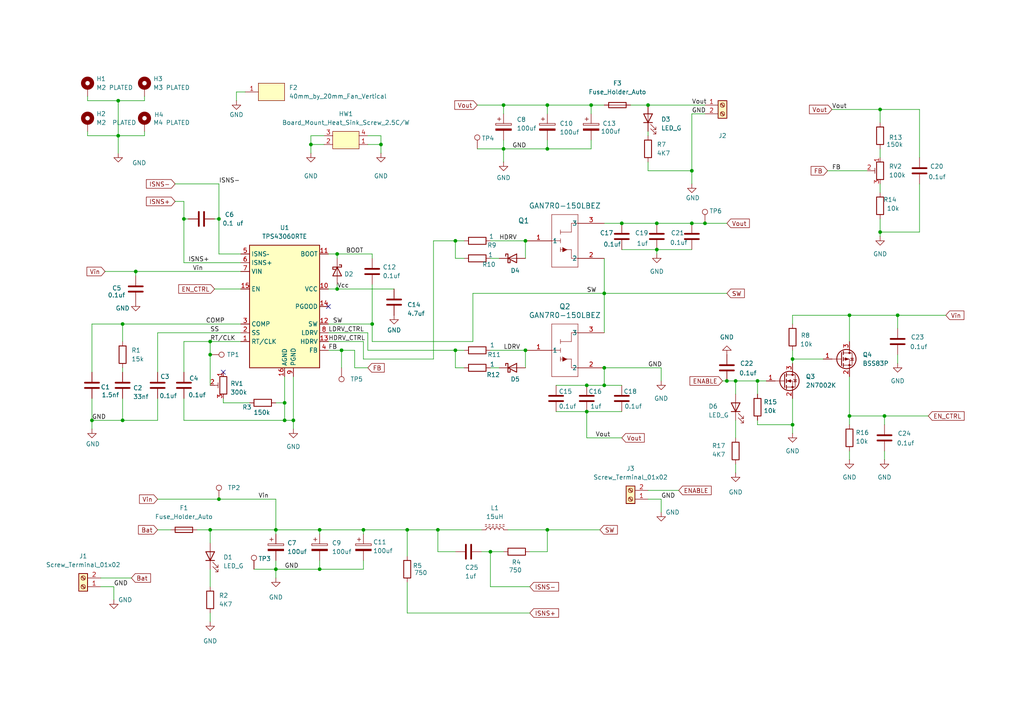
<source format=kicad_sch>
(kicad_sch (version 20231120) (generator "eeschema") (generator_version "8.0")
  (paper "A4")
  (lib_symbols
    (symbol "Connector:Screw_Terminal_01x02" (pin_names (offset 1.016) hide)
      (property "Reference" "J" (at 0 2.54 0))
      (property "Value" "Screw_Terminal_01x02" (at 0 -5.08 0))
      (symbol "Screw_Terminal_01x02_1_1"
        (pin passive line (at -5.08 0 0) (length 3.81) (name "Pin_1") (number "1"))
        (pin passive line (at -5.08 -2.54 0) (length 3.81) (name "Pin_2") (number "2"))
      )
    )
    (symbol "Connector:TestPoint" (pin_numbers hide) (pin_names (offset 0.762) hide)
      (property "Reference" "TP" (at 0 6.858 0))
      (property "Value" "TestPoint" (at 0 5.08 0))
      (symbol "TestPoint_1_1"
        (pin passive line (at 0 0 90) (length 2.54) (name "1") (number "1"))
      )
    )
    (symbol "Converter_DCDC:TPS43060RTE"
      (property "Reference" "U" (at -8.89 19.05 0))
      (property "Value" "TPS43060RTE" (at 6.35 19.05 0))
      (symbol "TPS43060RTE_1_1"
        (pin passive line (at -12.7 -10.16 0) (length 2.54) (name "RT/CLK") (number "1"))
        (pin power_out line (at 12.7 5.08 180) (length 2.54) (name "VCC") (number "10"))
        (pin input line (at 12.7 15.24 180) (length 2.54) (name "BOOT") (number "11"))
        (pin input line (at 12.7 -5.08 180) (length 2.54) (name "SW") (number "12"))
        (pin input line (at 12.7 -10.16 180) (length 2.54) (name "HDRV") (number "13"))
        (pin open_collector line (at 12.7 0 180) (length 2.54) (name "PGOOD") (number "14"))
        (pin passive line (at -12.7 5.08 0) (length 2.54) (name "EN") (number "15"))
        (pin power_in line (at 0 -20.32 90) (length 2.54) (name "AGND") (number "16"))
        (pin passive line (at 0 -20.32 90) (length 2.54) hide (name "AGND") (number "17"))
        (pin passive line (at -12.7 -7.62 0) (length 2.54) (name "SS") (number "2"))
        (pin passive line (at -12.7 -5.08 0) (length 2.54) (name "COMP") (number "3"))
        (pin input line (at 12.7 -12.7 180) (length 2.54) (name "FB") (number "4"))
        (pin input line (at -12.7 15.24 0) (length 2.54) (name "ISNS–") (number "5"))
        (pin input line (at -12.7 12.7 0) (length 2.54) (name "ISNS+") (number "6"))
        (pin power_in line (at -12.7 10.16 0) (length 2.54) (name "VIN") (number "7"))
        (pin output line (at 12.7 -7.62 180) (length 2.54) (name "LDRV") (number "8"))
        (pin power_in line (at 2.54 -20.32 90) (length 2.54) (name "PGND") (number "9"))
      )
    )
    (symbol "Device:C" (pin_numbers hide) (pin_names (offset 0.254))
      (property "Reference" "C" (at 0.635 2.54 0))
      (property "Value" "C" (at 0.635 -2.54 0))
      (symbol "C_1_1"
        (pin passive line (at 0 3.81 270) (length 2.794) (name "~") (number "1"))
        (pin passive line (at 0 -3.81 90) (length 2.794) (name "~") (number "2"))
      )
    )
    (symbol "Device:C_Polarized" (pin_numbers hide) (pin_names (offset 0.254))
      (property "Reference" "C" (at 0.635 2.54 0))
      (property "Value" "C_Polarized" (at 0.635 -2.54 0))
      (symbol "C_Polarized_1_1"
        (pin passive line (at 0 3.81 270) (length 2.794) (name "~") (number "1"))
        (pin passive line (at 0 -3.81 90) (length 2.794) (name "~") (number "2"))
      )
    )
    (symbol "Device:D_Schottky" (pin_numbers hide) (pin_names (offset 1.016) hide)
      (property "Reference" "D" (at 0 2.54 0))
      (property "Value" "D_Schottky" (at 0 -2.54 0))
      (symbol "D_Schottky_1_1"
        (pin passive line (at -3.81 0 0) (length 2.54) (name "K") (number "1"))
        (pin passive line (at 3.81 0 180) (length 2.54) (name "A") (number "2"))
      )
    )
    (symbol "Device:L_Ferrite" (pin_numbers hide) (pin_names (offset 1.016) hide)
      (property "Reference" "L" (at -1.27 0 90))
      (property "Value" "L_Ferrite" (at 2.794 0 90))
      (symbol "L_Ferrite_1_1"
        (pin passive line (at 0 3.81 270) (length 1.27) (name "1") (number "1"))
        (pin passive line (at 0 -3.81 90) (length 1.27) (name "2") (number "2"))
      )
    )
    (symbol "Device:R" (pin_numbers hide) (pin_names (offset 0))
      (property "Reference" "R" (at 2.032 0 90))
      (property "Value" "R" (at 0 0 90))
      (symbol "R_1_1"
        (pin passive line (at 0 3.81 270) (length 1.27) (name "~") (number "1"))
        (pin passive line (at 0 -3.81 90) (length 1.27) (name "~") (number "2"))
      )
    )
    (symbol "Device:R_Potentiometer_Trim" (pin_names (offset 1.016) hide)
      (property "Reference" "RV" (at -4.445 0 90))
      (property "Value" "R_Potentiometer_Trim" (at -2.54 0 90))
      (symbol "R_Potentiometer_Trim_1_1"
        (pin passive line (at 0 3.81 270) (length 1.27) (name "1") (number "1"))
        (pin passive line (at 3.81 0 180) (length 1.27) (name "2") (number "2"))
        (pin passive line (at 0 -3.81 90) (length 1.27) (name "3") (number "3"))
      )
    )
    (symbol "GAN_FET:GAN7R0-150LBEZ" (pin_names (offset 0.254))
      (property "Reference" "Q" (at 10.16 12.7 0))
      (property "Value" "GAN7R0-150LBEZ" (at 10.16 10.16 0))
      (symbol "GAN7R0-150LBEZ_1_1"
        (pin unspecified line (at 0 0 0) (length 7.62) (name "1") (number "1"))
        (pin unspecified line (at 22.86 -5.08 180) (length 7.62) (name "2") (number "2"))
        (pin unspecified line (at 22.86 5.08 180) (length 7.62) (name "3") (number "3"))
      )
    )
    (symbol "Transistor_FET:2N7002K" (pin_names hide)
      (property "Reference" "Q" (at 5.08 1.905 0))
      (property "Value" "2N7002K" (at 5.08 0 0))
      (symbol "2N7002K_1_1"
        (pin input line (at -5.08 0 0) (length 2.54) (name "G") (number "1"))
        (pin passive line (at 2.54 -5.08 90) (length 2.54) (name "S") (number "2"))
        (pin passive line (at 2.54 5.08 270) (length 2.54) (name "D") (number "3"))
      )
    )
    (symbol "Transistor_FET:BSS83P" (pin_names hide)
      (property "Reference" "Q" (at 5.08 1.905 0))
      (property "Value" "BSS83P" (at 5.08 0 0))
      (symbol "BSS83P_1_1"
        (pin input line (at -5.08 0 0) (length 2.54) (name "G") (number "1"))
        (pin passive line (at 2.54 -5.08 90) (length 2.54) (name "S") (number "2"))
        (pin passive line (at 2.54 5.08 270) (length 2.54) (name "D") (number "3"))
      )
    )
    (symbol "e-Zinc_LEDs:LED_G" (pin_numbers hide) (pin_names (offset 1.016) hide)
      (property "Reference" "D" (at 0 2.54 0))
      (property "Value" "LED_G" (at 0 -2.54 0))
      (symbol "LED_G_1_1"
        (pin passive line (at -3.81 0 0) (length 2.54) (name "K") (number "1"))
        (pin passive line (at 3.81 0 180) (length 2.54) (name "A") (number "2"))
      )
    )
    (symbol "e-Zinc_Resistors:4K7" (pin_numbers hide) (pin_names (offset 0))
      (property "Reference" "R" (at 2.032 0 90))
      (property "Value" "4K7" (at 0 0 90))
      (symbol "4K7_1_1"
        (pin passive line (at 0 3.81 270) (length 1.27) (name "~") (number "1"))
        (pin passive line (at 0 -3.81 90) (length 1.27) (name "~") (number "2"))
      )
    )
    (symbol "e-Zinc_fuses:Fuse_Holder_Auto" (pin_numbers hide) (pin_names (offset 0))
      (property "Reference" "F" (at 2.032 0 90))
      (property "Value" "Fuse_Holder_Auto" (at -1.905 0 90))
      (symbol "Fuse_Holder_Auto_1_1"
        (pin passive line (at 0 3.81 270) (length 1.27) (name "~") (number "1"))
        (pin passive line (at 0 -3.81 90) (length 1.27) (name "~") (number "2"))
      )
    )
    (symbol "e-zinc_misc:40mm_by_40mm_Fan_Mount_Vertical" (pin_names (offset 1.016))
      (property "Reference" "F" (at 0 3.81 0))
      (property "Value" "40mm_by_20mm_Fan_Vertical" (at 0 -3.81 0))
      (symbol "40mm_by_40mm_Fan_Mount_Vertical_1_1"
        (pin passive line (at -7.62 0 0) (length 3.81) (name "") (number "1"))
      )
    )
    (symbol "e-zinc_misc:Board_Mount_Heat_Sink_Screw_2.5C/W" (pin_names (offset 1.016)) (on_board no)
      (property "Reference" "HW" (at 0 3.81 0))
      (property "Value" "Board_Mount_Heat_Sink_Screw_2.5C/W" (at 0 -3.556 0))
      (symbol "Board_Mount_Heat_Sink_Screw_2.5C/W_1_1"
        (pin passive line (at 6.35 -1.27 180) (length 2.54) (name "") (number "1"))
        (pin passive line (at -6.35 -1.27 0) (length 2.54) (name "") (number "2"))
        (pin passive line (at -6.35 1.27 0) (length 2.54) (name "") (number "3"))
        (pin passive line (at 6.35 1.27 180) (length 2.54) (name "") (number "4"))
      )
    )
    (symbol "e-zinc_misc:M4 PLATED" (pin_numbers hide) (pin_names (offset 1.016) hide) (in_bom no)
      (property "Reference" "H" (at 0 6.35 0))
      (property "Value" "M4 PLATED" (at 0 4.445 0))
      (symbol "M4 PLATED_1_1"
        (pin input line (at 0 -2.54 90) (length 2.54) (name "1") (number "1"))
      )
    )
    (symbol "power:GND" (power) (pin_numbers hide) (pin_names (offset 0) hide)
      (property "Value" "GND" (at 0 -3.81 0))
      (symbol "GND_1_1"
        (pin power_in line (at 0 0 270) (length 0) (name "~") (number "1"))
      )
    )
  )
  (junction (at 152.4 101.6))
  (junction (at 92.71 165.1))
  (junction (at 92.71 153.67))
  (junction (at 256.54 120.65))
  (junction (at 190.5 72.39))
  (junction (at 255.27 67.31))
  (junction (at 60.96 102.87))
  (junction (at 35.56 93.98))
  (junction (at 146.05 43.18))
  (junction (at 146.05 30.48))
  (junction (at 35.56 121.92))
  (junction (at 132.08 101.6))
  (junction (at 170.18 119.38))
  (junction (at 213.36 110.49))
  (junction (at 210.82 110.49))
  (junction (at 99.06 101.6))
  (junction (at 175.26 111.76))
  (junction (at 142.24 160.02))
  (junction (at 170.18 111.76))
  (junction (at 229.87 123.19))
  (junction (at 97.79 83.82))
  (junction (at 107.95 93.98))
  (junction (at 187.96 30.48))
  (junction (at 63.5 63.5))
  (junction (at 190.5 64.77))
  (junction (at 158.75 43.18))
  (junction (at 219.71 110.49))
  (junction (at 175.26 85.09))
  (junction (at 82.55 116.84))
  (junction (at 171.45 30.48))
  (junction (at 39.37 78.74))
  (junction (at 127 153.67))
  (junction (at 34.29 29.21))
  (junction (at 200.66 64.77))
  (junction (at 175.26 106.68))
  (junction (at 200.66 49.53))
  (junction (at 255.27 31.75))
  (junction (at 85.09 121.92))
  (junction (at 53.34 63.5))
  (junction (at 110.49 41.91))
  (junction (at 158.75 153.67))
  (junction (at 90.17 41.91))
  (junction (at 80.01 153.67))
  (junction (at 118.11 153.67))
  (junction (at 60.96 153.67))
  (junction (at 105.41 153.67))
  (junction (at 82.55 121.92))
  (junction (at 152.4 69.85))
  (junction (at 246.38 120.65))
  (junction (at 180.34 64.77))
  (junction (at 158.75 30.48))
  (junction (at 246.38 91.44))
  (junction (at 229.87 104.14))
  (junction (at 80.01 165.1))
  (junction (at 63.5 144.78))
  (junction (at 97.79 73.66))
  (junction (at 260.35 91.44))
  (junction (at 34.29 39.37))
  (junction (at 204.47 64.77))
  (junction (at 132.08 69.85))
  (junction (at 26.67 121.92))
  (junction (at 60.96 99.06))
  (no_connect (at 64.77 107.95))
  (no_connect (at 95.25 88.9))
  (wire (pts (xy 266.7 67.31) (xy 266.7 53.34)))
  (wire (pts (xy 102.87 106.68) (xy 102.87 101.6)))
  (wire (pts (xy 110.49 39.37) (xy 110.49 41.91)))
  (wire (pts (xy 95.25 99.06) (xy 105.41 99.06)))
  (wire (pts (xy 134.62 74.93) (xy 132.08 74.93)))
  (wire (pts (xy 153.67 170.18) (xy 142.24 170.18)))
  (wire (pts (xy 134.62 106.68) (xy 132.08 106.68)))
  (wire (pts (xy 146.05 30.48) (xy 158.75 30.48)))
  (wire (pts (xy 187.96 38.1) (xy 187.96 39.37)))
  (wire (pts (xy 241.3 31.75) (xy 255.27 31.75)))
  (wire (pts (xy 95.25 96.52) (xy 106.68 96.52)))
  (wire (pts (xy 118.11 168.91) (xy 118.11 177.8)))
  (wire (pts (xy 246.38 120.65) (xy 256.54 120.65)))
  (wire (pts (xy 41.91 27.94) (xy 41.91 29.21)))
  (wire (pts (xy 97.79 82.55) (xy 97.79 83.82)))
  (wire (pts (xy 229.87 104.14) (xy 238.76 104.14)))
  (wire (pts (xy 152.4 69.85) (xy 152.4 74.93)))
  (wire (pts (xy 107.95 82.55) (xy 107.95 93.98)))
  (wire (pts (xy 105.41 153.67) (xy 105.41 154.94)))
  (wire (pts (xy 29.21 170.18) (xy 33.02 170.18)))
  (wire (pts (xy 255.27 35.56) (xy 255.27 31.75)))
  (wire (pts (xy 53.34 99.06) (xy 53.34 107.95)))
  (wire (pts (xy 146.05 40.64) (xy 146.05 43.18)))
  (wire (pts (xy 255.27 67.31) (xy 266.7 67.31)))
  (wire (pts (xy 152.4 101.6) (xy 152.4 106.68)))
  (wire (pts (xy 171.45 30.48) (xy 171.45 33.02)))
  (wire (pts (xy 256.54 120.65) (xy 269.24 120.65)))
  (wire (pts (xy 35.56 121.92) (xy 45.72 121.92)))
  (wire (pts (xy 35.56 93.98) (xy 69.85 93.98)))
  (wire (pts (xy 256.54 120.65) (xy 256.54 123.19)))
  (wire (pts (xy 25.4 39.37) (xy 25.4 38.1)))
  (wire (pts (xy 85.09 109.22) (xy 85.09 121.92)))
  (wire (pts (xy 64.77 115.57) (xy 64.77 116.84)))
  (wire (pts (xy 260.35 91.44) (xy 274.32 91.44)))
  (wire (pts (xy 246.38 130.81) (xy 246.38 133.35)))
  (wire (pts (xy 213.36 134.62) (xy 213.36 137.16)))
  (wire (pts (xy 85.09 124.46) (xy 85.09 121.92)))
  (wire (pts (xy 125.73 104.14) (xy 125.73 69.85)))
  (wire (pts (xy 35.56 115.57) (xy 35.56 121.92)))
  (wire (pts (xy 97.79 83.82) (xy 95.25 83.82)))
  (wire (pts (xy 153.67 160.02) (xy 158.75 160.02)))
  (wire (pts (xy 142.24 69.85) (xy 152.4 69.85)))
  (wire (pts (xy 132.08 69.85) (xy 132.08 74.93)))
  (wire (pts (xy 229.87 101.6) (xy 229.87 104.14)))
  (wire (pts (xy 137.16 99.06) (xy 137.16 85.09)))
  (wire (pts (xy 53.34 115.57) (xy 53.34 121.92)))
  (wire (pts (xy 97.79 73.66) (xy 107.95 73.66)))
  (wire (pts (xy 260.35 105.41) (xy 260.35 102.87)))
  (wire (pts (xy 171.45 40.64) (xy 171.45 43.18)))
  (wire (pts (xy 191.77 106.68) (xy 191.77 110.49)))
  (wire (pts (xy 182.88 30.48) (xy 187.96 30.48)))
  (wire (pts (xy 63.5 53.34) (xy 63.5 63.5)))
  (wire (pts (xy 63.5 63.5) (xy 63.5 73.66)))
  (wire (pts (xy 175.26 74.93) (xy 175.26 85.09)))
  (wire (pts (xy 229.87 91.44) (xy 246.38 91.44)))
  (wire (pts (xy 142.24 170.18) (xy 142.24 160.02)))
  (wire (pts (xy 175.26 85.09) (xy 210.82 85.09)))
  (wire (pts (xy 80.01 144.78) (xy 80.01 153.67)))
  (wire (pts (xy 180.34 64.77) (xy 190.5 64.77)))
  (wire (pts (xy 190.5 72.39) (xy 190.5 73.66)))
  (wire (pts (xy 138.43 30.48) (xy 146.05 30.48)))
  (wire (pts (xy 146.05 43.18) (xy 146.05 46.99)))
  (wire (pts (xy 63.5 144.78) (xy 80.01 144.78)))
  (wire (pts (xy 106.68 41.91) (xy 110.49 41.91)))
  (wire (pts (xy 105.41 153.67) (xy 118.11 153.67)))
  (wire (pts (xy 97.79 83.82) (xy 114.3 83.82)))
  (wire (pts (xy 146.05 30.48) (xy 146.05 33.02)))
  (wire (pts (xy 99.06 106.68) (xy 99.06 101.6)))
  (wire (pts (xy 41.91 39.37) (xy 34.29 39.37)))
  (wire (pts (xy 93.98 39.37) (xy 90.17 39.37)))
  (wire (pts (xy 39.37 78.74) (xy 69.85 78.74)))
  (wire (pts (xy 229.87 123.19) (xy 219.71 123.19)))
  (wire (pts (xy 95.25 93.98) (xy 107.95 93.98)))
  (wire (pts (xy 134.62 69.85) (xy 132.08 69.85)))
  (wire (pts (xy 219.71 110.49) (xy 222.25 110.49)))
  (wire (pts (xy 50.8 53.34) (xy 63.5 53.34)))
  (wire (pts (xy 209.55 110.49) (xy 210.82 110.49)))
  (wire (pts (xy 175.26 106.68) (xy 191.77 106.68)))
  (wire (pts (xy 158.75 40.64) (xy 158.75 43.18)))
  (wire (pts (xy 106.68 96.52) (xy 106.68 101.6)))
  (wire (pts (xy 35.56 106.68) (xy 35.56 107.95)))
  (wire (pts (xy 92.71 165.1) (xy 105.41 165.1)))
  (wire (pts (xy 180.34 72.39) (xy 190.5 72.39)))
  (wire (pts (xy 170.18 127) (xy 180.34 127)))
  (wire (pts (xy 170.18 111.76) (xy 175.26 111.76)))
  (wire (pts (xy 175.26 111.76) (xy 180.34 111.76)))
  (wire (pts (xy 219.71 123.19) (xy 219.71 121.92)))
  (wire (pts (xy 107.95 93.98) (xy 107.95 99.06)))
  (wire (pts (xy 191.77 144.78) (xy 191.77 148.59)))
  (wire (pts (xy 93.98 41.91) (xy 90.17 41.91)))
  (wire (pts (xy 219.71 110.49) (xy 219.71 114.3)))
  (wire (pts (xy 64.77 116.84) (xy 72.39 116.84)))
  (wire (pts (xy 161.29 119.38) (xy 170.18 119.38)))
  (wire (pts (xy 142.24 160.02) (xy 146.05 160.02)))
  (wire (pts (xy 187.96 46.99) (xy 187.96 49.53)))
  (wire (pts (xy 73.66 165.1) (xy 80.01 165.1)))
  (wire (pts (xy 82.55 121.92) (xy 85.09 121.92)))
  (wire (pts (xy 110.49 41.91) (xy 110.49 44.45)))
  (wire (pts (xy 142.24 101.6) (xy 152.4 101.6)))
  (wire (pts (xy 107.95 99.06) (xy 137.16 99.06)))
  (wire (pts (xy 26.67 124.46) (xy 26.67 121.92)))
  (wire (pts (xy 106.68 39.37) (xy 110.49 39.37)))
  (wire (pts (xy 127 160.02) (xy 132.08 160.02)))
  (wire (pts (xy 187.96 142.24) (xy 196.85 142.24)))
  (wire (pts (xy 53.34 99.06) (xy 60.96 99.06)))
  (wire (pts (xy 246.38 91.44) (xy 246.38 99.06)))
  (wire (pts (xy 92.71 165.1) (xy 92.71 162.56)))
  (wire (pts (xy 69.85 73.66) (xy 63.5 73.66)))
  (wire (pts (xy 246.38 120.65) (xy 246.38 123.19)))
  (wire (pts (xy 127 153.67) (xy 139.7 153.67)))
  (wire (pts (xy 99.06 101.6) (xy 102.87 101.6)))
  (wire (pts (xy 142.24 74.93) (xy 144.78 74.93)))
  (wire (pts (xy 118.11 153.67) (xy 118.11 161.29)))
  (wire (pts (xy 33.02 170.18) (xy 33.02 173.99)))
  (wire (pts (xy 204.47 64.77) (xy 210.82 64.77)))
  (wire (pts (xy 171.45 30.48) (xy 175.26 30.48)))
  (wire (pts (xy 125.73 69.85) (xy 132.08 69.85)))
  (wire (pts (xy 210.82 110.49) (xy 213.36 110.49)))
  (wire (pts (xy 105.41 99.06) (xy 105.41 104.14)))
  (wire (pts (xy 53.34 63.5) (xy 53.34 76.2)))
  (wire (pts (xy 229.87 91.44) (xy 229.87 93.98)))
  (wire (pts (xy 187.96 30.48) (xy 204.47 30.48)))
  (wire (pts (xy 200.66 64.77) (xy 204.47 64.77)))
  (wire (pts (xy 187.96 49.53) (xy 200.66 49.53)))
  (wire (pts (xy 105.41 162.56) (xy 105.41 165.1)))
  (wire (pts (xy 175.26 64.77) (xy 180.34 64.77)))
  (wire (pts (xy 90.17 39.37) (xy 90.17 41.91)))
  (wire (pts (xy 80.01 167.64) (xy 80.01 165.1)))
  (wire (pts (xy 45.72 153.67) (xy 49.53 153.67)))
  (wire (pts (xy 45.72 96.52) (xy 69.85 96.52)))
  (wire (pts (xy 260.35 91.44) (xy 260.35 95.25)))
  (wire (pts (xy 158.75 30.48) (xy 158.75 33.02)))
  (wire (pts (xy 57.15 153.67) (xy 60.96 153.67)))
  (wire (pts (xy 80.01 165.1) (xy 92.71 165.1)))
  (wire (pts (xy 229.87 125.73) (xy 229.87 123.19)))
  (wire (pts (xy 80.01 154.94) (xy 80.01 153.67)))
  (wire (pts (xy 34.29 29.21) (xy 25.4 29.21)))
  (wire (pts (xy 105.41 153.67) (xy 92.71 153.67)))
  (wire (pts (xy 146.05 43.18) (xy 158.75 43.18)))
  (wire (pts (xy 45.72 115.57) (xy 45.72 121.92)))
  (wire (pts (xy 255.27 31.75) (xy 266.7 31.75)))
  (wire (pts (xy 80.01 153.67) (xy 92.71 153.67)))
  (wire (pts (xy 53.34 58.42) (xy 53.34 63.5)))
  (wire (pts (xy 60.96 99.06) (xy 60.96 102.87)))
  (wire (pts (xy 35.56 93.98) (xy 35.56 99.06)))
  (wire (pts (xy 213.36 110.49) (xy 219.71 110.49)))
  (wire (pts (xy 60.96 157.48) (xy 60.96 153.67)))
  (wire (pts (xy 118.11 153.67) (xy 127 153.67)))
  (wire (pts (xy 190.5 64.77) (xy 200.66 64.77)))
  (wire (pts (xy 45.72 96.52) (xy 45.72 107.95)))
  (wire (pts (xy 102.87 106.68) (xy 106.68 106.68)))
  (wire (pts (xy 240.03 49.53) (xy 251.46 49.53)))
  (wire (pts (xy 132.08 101.6) (xy 132.08 106.68)))
  (wire (pts (xy 139.7 160.02) (xy 142.24 160.02)))
  (wire (pts (xy 158.75 30.48) (xy 171.45 30.48)))
  (wire (pts (xy 68.58 26.67) (xy 68.58 29.21)))
  (wire (pts (xy 246.38 109.22) (xy 246.38 120.65)))
  (wire (pts (xy 26.67 121.92) (xy 35.56 121.92)))
  (wire (pts (xy 190.5 72.39) (xy 200.66 72.39)))
  (wire (pts (xy 134.62 101.6) (xy 132.08 101.6)))
  (wire (pts (xy 255.27 53.34) (xy 255.27 55.88)))
  (wire (pts (xy 158.75 43.18) (xy 171.45 43.18)))
  (wire (pts (xy 127 160.02) (xy 127 153.67)))
  (wire (pts (xy 142.24 106.68) (xy 144.78 106.68)))
  (wire (pts (xy 213.36 121.92) (xy 213.36 127)))
  (wire (pts (xy 50.8 58.42) (xy 53.34 58.42)))
  (wire (pts (xy 60.96 102.87) (xy 60.96 111.76)))
  (wire (pts (xy 35.56 93.98) (xy 26.67 93.98)))
  (wire (pts (xy 137.16 85.09) (xy 175.26 85.09)))
  (wire (pts (xy 25.4 39.37) (xy 34.29 39.37)))
  (wire (pts (xy 41.91 38.1) (xy 41.91 39.37)))
  (wire (pts (xy 170.18 119.38) (xy 170.18 127)))
  (wire (pts (xy 147.32 153.67) (xy 158.75 153.67)))
  (wire (pts (xy 266.7 31.75) (xy 266.7 45.72)))
  (wire (pts (xy 200.66 33.02) (xy 204.47 33.02)))
  (wire (pts (xy 200.66 49.53) (xy 200.66 53.34)))
  (wire (pts (xy 90.17 41.91) (xy 90.17 44.45)))
  (wire (pts (xy 26.67 93.98) (xy 26.67 107.95)))
  (wire (pts (xy 41.91 29.21) (xy 34.29 29.21)))
  (wire (pts (xy 53.34 63.5) (xy 54.61 63.5)))
  (wire (pts (xy 200.66 33.02) (xy 200.66 49.53)))
  (wire (pts (xy 92.71 153.67) (xy 92.71 154.94)))
  (wire (pts (xy 105.41 104.14) (xy 125.73 104.14)))
  (wire (pts (xy 175.26 85.09) (xy 175.26 96.52)))
  (wire (pts (xy 158.75 153.67) (xy 173.99 153.67)))
  (wire (pts (xy 39.37 80.01) (xy 39.37 78.74)))
  (wire (pts (xy 97.79 73.66) (xy 97.79 74.93)))
  (wire (pts (xy 229.87 104.14) (xy 229.87 105.41)))
  (wire (pts (xy 80.01 116.84) (xy 82.55 116.84)))
  (wire (pts (xy 53.34 121.92) (xy 82.55 121.92)))
  (wire (pts (xy 25.4 29.21) (xy 25.4 27.94)))
  (wire (pts (xy 60.96 153.67) (xy 80.01 153.67)))
  (wire (pts (xy 62.23 63.5) (xy 63.5 63.5)))
  (wire (pts (xy 118.11 177.8) (xy 153.67 177.8)))
  (wire (pts (xy 68.58 26.67) (xy 71.12 26.67)))
  (wire (pts (xy 246.38 91.44) (xy 260.35 91.44)))
  (wire (pts (xy 106.68 101.6) (xy 132.08 101.6)))
  (wire (pts (xy 82.55 109.22) (xy 82.55 116.84)))
  (wire (pts (xy 138.43 43.18) (xy 146.05 43.18)))
  (wire (pts (xy 255.27 63.5) (xy 255.27 67.31)))
  (wire (pts (xy 34.29 29.21) (xy 34.29 39.37)))
  (wire (pts (xy 158.75 160.02) (xy 158.75 153.67)))
  (wire (pts (xy 170.18 119.38) (xy 180.34 119.38)))
  (wire (pts (xy 80.01 162.56) (xy 80.01 165.1)))
  (wire (pts (xy 34.29 39.37) (xy 34.29 44.45)))
  (wire (pts (xy 229.87 115.57) (xy 229.87 123.19)))
  (wire (pts (xy 26.67 115.57) (xy 26.67 121.92)))
  (wire (pts (xy 213.36 114.3) (xy 213.36 110.49)))
  (wire (pts (xy 255.27 67.31) (xy 255.27 68.58)))
  (wire (pts (xy 95.25 101.6) (xy 99.06 101.6)))
  (wire (pts (xy 62.23 83.82) (xy 69.85 83.82)))
  (wire (pts (xy 45.72 144.78) (xy 63.5 144.78)))
  (wire (pts (xy 60.96 165.1) (xy 60.96 170.18)))
  (wire (pts (xy 256.54 130.81) (xy 256.54 133.35)))
  (wire (pts (xy 95.25 73.66) (xy 97.79 73.66)))
  (wire (pts (xy 82.55 116.84) (xy 82.55 121.92)))
  (wire (pts (xy 107.95 73.66) (xy 107.95 74.93)))
  (wire (pts (xy 161.29 111.76) (xy 170.18 111.76)))
  (wire (pts (xy 29.21 167.64) (xy 38.1 167.64)))
  (wire (pts (xy 53.34 76.2) (xy 69.85 76.2)))
  (wire (pts (xy 187.96 144.78) (xy 191.77 144.78)))
  (wire (pts (xy 255.27 43.18) (xy 255.27 45.72)))
  (wire (pts (xy 175.26 106.68) (xy 175.26 111.76)))
  (wire (pts (xy 60.96 99.06) (xy 69.85 99.06)))
  (wire (pts (xy 30.48 78.74) (xy 39.37 78.74)))
  (wire (pts (xy 60.96 177.8) (xy 60.96 180.34)))
  (label "GND" (at 200.66 33.02 0))
  (label "Vout" (at 200.66 30.48 0))
  (label "RT{slash}CLK" (at 60.96 99.06 0))
  (label "Vcc" (at 97.79 83.82 0))
  (label "SW" (at 170.18 85.09 0))
  (label "SW" (at 96.52 93.98 0))
  (label "ISNS-" (at 63.5 53.34 0))
  (label "Vin" (at 55.88 78.74 0))
  (label "LDRV_CTRL" (at 95.25 96.52 0))
  (label "Vin" (at 74.93 144.78 0))
  (label "GND" (at 191.77 144.78 0))
  (label "GND" (at 82.55 165.1 0))
  (label "SS" (at 60.96 96.52 0))
  (label "GND" (at 187.96 106.68 0))
  (label "BOOT" (at 100.33 73.66 0))
  (label "HDRV_CTRL" (at 95.25 99.06 0))
  (label "GND" (at 148.59 43.18 0))
  (label "HDRV" (at 144.78 69.85 0))
  (label "ISNS+" (at 54.61 76.2 0))
  (label "Vout" (at 172.72 127 0))
  (label "LDRV" (at 146.05 101.6 0))
  (label "GND" (at 26.67 121.92 0))
  (label "COMP" (at 59.69 93.98 0))
  (label "FB" (at 241.3 49.53 0))
  (label "GND" (at 33.02 170.18 0))
  (label "FB" (at 95.25 101.6 0))
  (label "Vout" (at 241.3 31.75 0))
  (global_label "Bat" (shape input) (at 45.72 153.67 180) (property "Intersheetrefs" "${INTERSHEET_REFS}" (effects (hide yes))))
  (global_label "Vout" (shape input) (at 138.43 30.48 180) (property "Intersheetrefs" "${INTERSHEET_REFS}" (effects (hide yes))))
  (global_label "ISNS-" (shape input) (at 153.67 170.18 0) (property "Intersheetrefs" "${INTERSHEET_REFS}" (effects (hide yes))))
  (global_label "Vout" (shape input) (at 241.3 31.75 180) (property "Intersheetrefs" "${INTERSHEET_REFS}" (effects (hide yes))))
  (global_label "EN_CTRL" (shape input) (at 269.24 120.65 0) (property "Intersheetrefs" "${INTERSHEET_REFS}" (effects (hide yes))))
  (global_label "SW" (shape input) (at 173.99 153.67 0) (property "Intersheetrefs" "${INTERSHEET_REFS}" (effects (hide yes))))
  (global_label "ENABLE" (shape input) (at 196.85 142.24 0) (property "Intersheetrefs" "${INTERSHEET_REFS}" (effects (hide yes))))
  (global_label "Vout" (shape input) (at 210.82 64.77 0) (property "Intersheetrefs" "${INTERSHEET_REFS}" (effects (hide yes))))
  (global_label "Vout" (shape input) (at 180.34 127 0) (property "Intersheetrefs" "${INTERSHEET_REFS}" (effects (hide yes))))
  (global_label "ISNS+" (shape input) (at 50.8 58.42 180) (property "Intersheetrefs" "${INTERSHEET_REFS}" (effects (hide yes))))
  (global_label "EN_CTRL" (shape input) (at 62.23 83.82 180) (property "Intersheetrefs" "${INTERSHEET_REFS}" (effects (hide yes))))
  (global_label "Bat" (shape input) (at 38.1 167.64 0) (property "Intersheetrefs" "${INTERSHEET_REFS}" (effects (hide yes))))
  (global_label "Vin" (shape input) (at 274.32 91.44 0) (property "Intersheetrefs" "${INTERSHEET_REFS}" (effects (hide yes))))
  (global_label "Vin" (shape input) (at 45.72 144.78 180) (property "Intersheetrefs" "${INTERSHEET_REFS}" (effects (hide yes))))
  (global_label "SW" (shape input) (at 210.82 85.09 0) (property "Intersheetrefs" "${INTERSHEET_REFS}" (effects (hide yes))))
  (global_label "ISNS-" (shape input) (at 50.8 53.34 180) (property "Intersheetrefs" "${INTERSHEET_REFS}" (effects (hide yes))))
  (global_label "Vin" (shape input) (at 30.48 78.74 180) (property "Intersheetrefs" "${INTERSHEET_REFS}" (effects (hide yes))))
  (global_label "ENABLE" (shape input) (at 209.55 110.49 180) (property "Intersheetrefs" "${INTERSHEET_REFS}" (effects (hide yes))))
  (global_label "FB" (shape input) (at 106.68 106.68 0) (property "Intersheetrefs" "${INTERSHEET_REFS}" (effects (hide yes))))
  (global_label "FB" (shape input) (at 240.03 49.53 180) (property "Intersheetrefs" "${INTERSHEET_REFS}" (effects (hide yes))))
  (global_label "ISNS+" (shape input) (at 153.67 177.8 0) (property "Intersheetrefs" "${INTERSHEET_REFS}" (effects (hide yes))))
  (symbol (lib_id "e-zinc_misc:M4 PLATED") (at 25.4 25.4 0) (unit 1) (in_bom no)
    (property "Reference" "H1" (at 27.94 22.8599 0) (effects (justify left)))
    (property "Value" "M2 PLATED" (at 27.94 25.3999 0) (effects (justify left)))
    (property "Footprint" "rsx_misc:MountingHole_4.5mm_Pad_Via" (effects (hide yes)))
    (property "Description" "Mounting Hole with connection M4" (effects (hide yes)))
  )
  (symbol (lib_id "Device:R") (at 149.86 160.02 90) (unit 1)
    (property "Reference" "R4" (at 151.13 163.068 90) (effects (justify left)))
    (property "Value" "750" (at 151.384 165.354 90) (effects (justify left)))
    (property "Footprint" "rsx_resistors:R_0603_1608Metric" (effects (hide yes)))
    (property "Description" "Resistor" (effects (hide yes)))
  )
  (symbol (lib_id "Device:R") (at 229.87 97.79 180) (unit 1)
    (property "Reference" "R8" (at 234.95 97.282 0) (effects (justify left)))
    (property "Value" "10k" (at 235.712 99.822 0) (effects (justify left)))
    (property "Footprint" "rsx_resistors:R_0603_1608Metric" (effects (hide yes)))
    (property "Description" "Resistor" (effects (hide yes)))
  )
  (symbol (lib_id "e-Zinc_LEDs:LED_G") (at 60.96 161.29 90) (unit 1)
    (property "Reference" "D1" (at 64.77 161.6074 90) (effects (justify right)))
    (property "Value" "LED_G" (at 64.77 164.1474 90) (effects (justify right)))
    (property "Footprint" "rsx_leds:LED_0805_2012Metric" (effects (hide yes)))
    (property "Description" "LED GREEN CLEAR SMD" (effects (hide yes)))
    (property "MFR" "Lite-On Inc." (effects (hide yes)))
    (property "DPN" "160-1179-1-ND" (effects (hide yes)))
    (property "MPN" "LTST-C170GKT" (effects (hide yes)))
  )
  (symbol (lib_id "e-Zinc_fuses:Fuse_Holder_Auto") (at 179.07 30.48 90) (unit 1)
    (property "Reference" "F3" (at 179.07 24.13 90))
    (property "Value" "Fuse_Holder_Auto" (at 179.07 26.67 90))
    (property "Footprint" "rsx_fuses:FUSE_3568-10" (effects (hide yes)))
    (property "Description" "Fuse Holder 30 A 500V 1 Circuit Blade Through Hole" (effects (hide yes)))
    (property "MFR" "Keystone Electronics" (effects (hide yes)))
    (property "DPN" "36-3568-10-ND" (effects (hide yes)))
    (property "MPN" "3568-10" (effects (hide yes)))
  )
  (symbol (lib_id "Device:C") (at 26.67 111.76 0) (unit 1)
    (property "Reference" "C1" (at 29.21 112.268 0) (effects (justify left)))
    (property "Value" "1.5nf" (at 29.464 114.554 0) (effects (justify left)))
    (property "Footprint" "rsx_capacitors:C_0603_1608Metric" (effects (hide yes)))
    (property "Description" "Unpolarized capacitor" (effects (hide yes)))
  )
  (symbol (lib_id "power:GND") (at 190.5 73.66 0) (unit 1)
    (property "Reference" "#PWR015" (effects (hide yes)))
    (property "Value" "GND" (at 190.5 78.74 0))
    (property "Description" "Power symbol creates a global label with name \"GND\" , ground" (effects (hide yes)))
  )
  (symbol (lib_id "Device:C_Polarized") (at 105.41 158.75 0) (unit 1)
    (property "Reference" "C11" (at 108.204 157.226 0) (effects (justify left)))
    (property "Value" "100uf" (at 108.204 159.766 0) (effects (justify left)))
    (property "Footprint" "Capacitor_SMD:CP_Elec_6.3x7.7" (effects (hide yes)))
    (property "Description" "Polarized capacitor" (effects (hide yes)))
  )
  (symbol (lib_id "Device:R") (at 138.43 101.6 90) (unit 1)
    (property "Reference" "R11" (at 145.288 102.87 90) (effects (justify left)))
    (property "Value" "1" (at 143.51 100.076 90) (effects (justify left)))
    (property "Footprint" "rsx_resistors:R_0603_1608Metric" (effects (hide yes)))
    (property "Description" "Resistor" (effects (hide yes)))
  )
  (symbol (lib_id "power:GND") (at 90.17 44.45 0) (unit 1)
    (property "Reference" "#PWR010" (effects (hide yes)))
    (property "Value" "GND" (at 90.17 51.054 0))
    (property "Description" "Power symbol creates a global label with name \"GND\" , ground" (effects (hide yes)))
  )
  (symbol (lib_id "Device:C") (at 45.72 111.76 0) (unit 1)
    (property "Reference" "C3" (at 46.482 109.22 0) (effects (justify left)))
    (property "Value" "0.1uf" (at 46.228 114.808 0) (effects (justify left)))
    (property "Footprint" "rsx_capacitors:C_0603_1608Metric" (effects (hide yes)))
    (property "Description" "Unpolarized capacitor" (effects (hide yes)))
  )
  (symbol (lib_id "power:GND") (at 146.05 46.99 0) (unit 1)
    (property "Reference" "#PWR08" (effects (hide yes)))
    (property "Value" "GND" (at 146.05 51.562 0))
    (property "Description" "Power symbol creates a global label with name \"GND\" , ground" (effects (hide yes)))
  )
  (symbol (lib_id "power:GND") (at 68.58 29.21 0) (unit 1)
    (property "Reference" "#PWR04" (effects (hide yes)))
    (property "Value" "GND" (at 68.58 33.274 0))
    (property "Description" "Power symbol creates a global label with name \"GND\" , ground" (effects (hide yes)))
  )
  (symbol (lib_id "Transistor_FET:BSS83P") (at 243.84 104.14 0) (unit 1)
    (property "Reference" "Q4" (at 250.19 102.8699 0) (effects (justify left)))
    (property "Value" "BSS83P" (at 250.19 105.4099 0) (effects (justify left)))
    (property "Footprint" "rsx_packages_TO_SOT:SOT-23" (effects (hide yes)))
    (property "Datasheet" "http://www.farnell.com/datasheets/1835997.pdf" (effects (hide yes)))
    (property "Description" "-0.33A Id, -60V Vds, P-Channel MOSFET, SOT-23" (effects (hide yes)))
  )
  (symbol (lib_id "e-zinc_misc:40mm_by_40mm_Fan_Mount_Vertical") (at 78.74 26.67 0) (unit 1)
    (property "Reference" "F2" (at 83.82 25.3999 0) (effects (justify left)))
    (property "Value" "40mm_by_20mm_Fan_Vertical" (at 83.82 27.9399 0) (effects (justify left)))
    (property "Footprint" "rsx_misc:40mmFan" (effects (hide yes)))
    (property "Description" "FAN AXIAL 40X20MM 12VDC WIRE" (effects (hide yes)))
    (property "DPN" "603-1681-ND" (effects (hide yes)))
    (property "MPN" "THA0412AD" (effects (hide yes)))
  )
  (symbol (lib_id "power:GND") (at 26.67 124.46 0) (unit 1)
    (property "Reference" "#PWR02" (effects (hide yes)))
    (property "Value" "GND" (at 26.924 128.778 0))
    (property "Description" "Power symbol creates a global label with name \"GND\" , ground" (effects (hide yes)))
  )
  (symbol (lib_id "e-Zinc_Resistors:4K7") (at 60.96 173.99 0) (unit 1)
    (property "Reference" "R2" (at 63.5 172.7199 0) (effects (justify left)))
    (property "Value" "4K7" (at 63.5 175.2599 0) (effects (justify left)))
    (property "Footprint" "rsx_resistors:R_0603_1608Metric" (effects (hide yes)))
    (property "Description" "RES 4.7K OHM 1% 1/10W 0603" (effects (hide yes)))
    (property "MFR" "Stackpole Electronics Inc" (effects (hide yes)))
    (property "DPN" "RMCF0603FT4K70CT-ND" (effects (hide yes)))
    (property "MPN" "RMCF0603FT4K70" (effects (hide yes)))
  )
  (symbol (lib_id "power:GND") (at 39.37 87.63 0) (unit 1)
    (property "Reference" "#PWR05" (effects (hide yes)))
    (property "Value" "GND" (at 35.56 89.408 0))
    (property "Description" "Power symbol creates a global label with name \"GND\" , ground" (effects (hide yes)))
  )
  (symbol (lib_id "power:GND") (at 246.38 133.35 0) (unit 1)
    (property "Reference" "#PWR020" (effects (hide yes)))
    (property "Value" "GND" (at 246.38 138.43 0))
    (property "Description" "Power symbol creates a global label with name \"GND\" , ground" (effects (hide yes)))
  )
  (symbol (lib_id "power:GND") (at 256.54 133.35 0) (unit 1)
    (property "Reference" "#PWR021" (effects (hide yes)))
    (property "Value" "GND" (at 256.54 138.43 0))
    (property "Description" "Power symbol creates a global label with name \"GND\" , ground" (effects (hide yes)))
  )
  (symbol (lib_id "Transistor_FET:2N7002K") (at 227.33 110.49 0) (unit 1)
    (property "Reference" "Q3" (at 233.68 109.2199 0) (effects (justify left)))
    (property "Value" "2N7002K" (at 233.68 111.7599 0) (effects (justify left)))
    (property "Footprint" "rsx_packages_TO_SOT:SOT-23" (effects (hide yes)))
    (property "Datasheet" "https://www.diodes.com/assets/Datasheets/ds30896.pdf" (effects (hide yes)))
    (property "Description" "0.38A Id, 60V Vds, N-Channel MOSFET, SOT-23" (effects (hide yes)))
  )
  (symbol (lib_id "e-zinc_misc:M4 PLATED") (at 41.91 25.4 0) (unit 1) (in_bom no)
    (property "Reference" "H3" (at 44.45 22.8599 0) (effects (justify left)))
    (property "Value" "M3 PLATED" (at 44.45 25.3999 0) (effects (justify left)))
    (property "Footprint" "rsx_misc:MountingHole_4.5mm_Pad_Via" (effects (hide yes)))
    (property "Description" "Mounting Hole with connection M4" (effects (hide yes)))
  )
  (symbol (lib_id "Device:C") (at 53.34 111.76 0) (unit 1)
    (property "Reference" "C4" (at 54.864 109.728 0) (effects (justify left)))
    (property "Value" "0.1uf" (at 54.61 114.554 0) (effects (justify left)))
    (property "Footprint" "rsx_capacitors:C_0603_1608Metric" (effects (hide yes)))
    (property "Description" "Unpolarized capacitor" (effects (hide yes)))
  )
  (symbol (lib_id "Device:C") (at 114.3 87.63 0) (unit 1)
    (property "Reference" "C14" (at 118.11 88.392 0) (effects (justify left)))
    (property "Value" "4.7uf" (at 118.11 90.932 0) (effects (justify left)))
    (property "Footprint" "rsx_capacitors:C_0603_1608Metric" (effects (hide yes)))
    (property "Description" "Unpolarized capacitor" (effects (hide yes)))
  )
  (symbol (lib_id "e-zinc_misc:M4 PLATED") (at 25.4 35.56 0) (unit 1) (in_bom no)
    (property "Reference" "H2" (at 27.94 33.0199 0) (effects (justify left)))
    (property "Value" "M2  PLATED" (at 27.94 35.5599 0) (effects (justify left)))
    (property "Footprint" "rsx_misc:MountingHole_4.5mm_Pad_Via" (effects (hide yes)))
    (property "Description" "Mounting Hole with connection M4" (effects (hide yes)))
  )
  (symbol (lib_id "Connector:TestPoint") (at 73.66 165.1 0) (unit 1)
    (property "Reference" "TP3" (at 74.93 162.052 0) (effects (justify left)))
    (property "Value" "TestPoint" (effects (hide yes)))
    (property "Footprint" "TestPoint:TestPoint_Pad_D1.0mm" (effects (hide yes)))
    (property "Description" "test point" (effects (hide yes)))
  )
  (symbol (lib_id "Connector:Screw_Terminal_01x02") (at 209.55 30.48 0) (unit 1)
    (property "Reference" "J2" (at 209.55 39.37 0))
    (property "Value" "Screw_Terminal_01x02" (effects (hide yes)))
    (property "Footprint" "rsx_headers_screw:Molex_0398800302" (effects (hide yes)))
    (property "Description" "Generic screw terminal, single row, 01x02, script generated (kicad-library-utils/schlib/autogen/connector/)" (effects (hide yes)))
    (property "dpn" "732-10955-ND" (effects (hide yes)))
  )
  (symbol (lib_id "Device:C_Polarized") (at 80.01 158.75 0) (unit 1)
    (property "Reference" "C7" (at 83.312 157.48 0) (effects (justify left)))
    (property "Value" "100uf" (at 83.312 160.02 0) (effects (justify left)))
    (property "Footprint" "Capacitor_SMD:CP_Elec_6.3x7.7" (effects (hide yes)))
    (property "Description" "Polarized capacitor" (effects (hide yes)))
  )
  (symbol (lib_id "power:GND") (at 114.3 91.44 0) (unit 1)
    (property "Reference" "#PWR011" (effects (hide yes)))
    (property "Value" "GND" (at 114.3 95.758 0))
    (property "Description" "Power symbol creates a global label with name \"GND\" , ground" (effects (hide yes)))
  )
  (symbol (lib_id "Device:C") (at 39.37 83.82 0) (unit 1)
    (property "Reference" "C5" (at 32.512 83.566 0) (effects (justify left)))
    (property "Value" "0.1uf" (at 31.242 85.598 0) (effects (justify left)))
    (property "Footprint" "rsx_capacitors:C_0603_1608Metric" (effects (hide yes)))
    (property "Description" "Unpolarized capacitor" (effects (hide yes)))
  )
  (symbol (lib_id "Device:C") (at 260.35 99.06 0) (unit 1)
    (property "Reference" "C23" (at 264.16 97.79 0) (effects (justify left)))
    (property "Value" "0.1uf" (at 263.906 100.584 0) (effects (justify left)))
    (property "Footprint" "rsx_capacitors:C_0603_1608Metric" (effects (hide yes)))
    (property "Description" "Unpolarized capacitor" (effects (hide yes)))
  )
  (symbol (lib_id "Device:D_Schottky") (at 148.59 74.93 0) (unit 1)
    (property "Reference" "D4" (at 148.082 78.486 0) (effects (justify left)))
    (property "Value" "D_Schottky" (effects (hide yes)))
    (property "Footprint" "rsx_diodes:D_SOD-323" (effects (hide yes)))
    (property "Description" "Schottky diode" (effects (hide yes)))
  )
  (symbol (lib_id "power:GND") (at 191.77 148.59 0) (unit 1)
    (property "Reference" "#PWR017" (effects (hide yes)))
    (property "Value" "GND" (at 195.072 148.59 0))
    (property "Description" "Power symbol creates a global label with name \"GND\" , ground" (effects (hide yes)))
  )
  (symbol (lib_id "Connector:TestPoint") (at 204.47 64.77 0) (unit 1)
    (property "Reference" "TP6" (at 205.74 61.214 0) (effects (justify left)))
    (property "Value" "TestPoint" (effects (hide yes)))
    (property "Footprint" "TestPoint:TestPoint_Pad_D1.0mm" (effects (hide yes)))
    (property "Description" "test point" (effects (hide yes)))
  )
  (symbol (lib_id "Device:R") (at 76.2 116.84 90) (unit 1)
    (property "Reference" "R3" (at 71.628 118.11 90))
    (property "Value" "150k" (at 75.946 119.634 90))
    (property "Footprint" "Resistor_SMD:R_0603_1608Metric" (effects (hide yes)))
    (property "Description" "Resistor" (effects (hide yes)))
  )
  (symbol (lib_id "power:GND") (at 213.36 137.16 0) (unit 1)
    (property "Reference" "#PWR022" (effects (hide yes)))
    (property "Value" "GND" (at 213.36 142.748 0))
    (property "Description" "Power symbol creates a global label with name \"GND\" , ground" (effects (hide yes)))
  )
  (symbol (lib_id "Device:C") (at 210.82 106.68 0) (unit 1)
    (property "Reference" "C22" (at 214.63 105.41 0) (effects (justify left)))
    (property "Value" "0.1uf" (at 214.376 108.204 0) (effects (justify left)))
    (property "Footprint" "rsx_capacitors:C_0603_1608Metric" (effects (hide yes)))
    (property "Description" "Unpolarized capacitor" (effects (hide yes)))
  )
  (symbol (lib_id "Converter_DCDC:TPS43060RTE") (at 82.55 88.9 0) (unit 1)
    (property "Reference" "U1" (at 82.55 66.04 0))
    (property "Value" "TPS43060RTE" (at 82.55 68.58 0))
    (property "Footprint" "Package_DFN_QFN:WQFN-16-1EP_3x3mm_P0.5mm_EP1.6x1.6mm_ThermalVias" (effects (hide yes)))
    (property "Datasheet" "https://www.ti.com/lit/ds/symlink/tps43060.pdf" (effects (hide yes)))
    (property "Description" "Low Quiescent Current Synchronous Boost DC-DC Controller, 7.5V Gate Driver,  Input 4.5 to 38V, Output Vin to 58V, WQFN-16" (effects (hide yes)))
  )
  (symbol (lib_id "Device:R") (at 138.43 69.85 90) (unit 1)
    (property "Reference" "R9" (at 144.018 71.12 90) (effects (justify left)))
    (property "Value" "1" (at 143.256 68.58 90) (effects (justify left)))
    (property "Footprint" "rsx_resistors:R_0603_1608Metric" (effects (hide yes)))
    (property "Description" "Resistor" (effects (hide yes)))
  )
  (symbol (lib_id "e-zinc_misc:M4 PLATED") (at 41.91 35.56 0) (unit 1) (in_bom no)
    (property "Reference" "H4" (at 44.704 33.274 0) (effects (justify left)))
    (property "Value" "M4 PLATED" (at 44.45 35.5599 0) (effects (justify left)))
    (property "Footprint" "rsx_misc:MountingHole_4.5mm_Pad_Via" (effects (hide yes)))
    (property "Description" "Mounting Hole with connection M4" (effects (hide yes)))
  )
  (symbol (lib_id "Connector:TestPoint") (at 138.43 43.18 0) (unit 1)
    (property "Reference" "TP4" (at 139.7 40.132 0) (effects (justify left)))
    (property "Value" "TestPoint" (effects (hide yes)))
    (property "Footprint" "TestPoint:TestPoint_Pad_D1.0mm" (effects (hide yes)))
    (property "Description" "test point" (effects (hide yes)))
  )
  (symbol (lib_id "Device:C") (at 35.56 111.76 0) (unit 1)
    (property "Reference" "C2" (at 38.608 112.522 0) (effects (justify left)))
    (property "Value" "33nf" (at 38.608 115.062 0) (effects (justify left)))
    (property "Footprint" "rsx_capacitors:C_0603_1608Metric" (effects (hide yes)))
    (property "Description" "Unpolarized capacitor" (effects (hide yes)))
  )
  (symbol (lib_id "Device:R") (at 35.56 102.87 0) (unit 1)
    (property "Reference" "R1" (at 38.1 101.5999 0) (effects (justify left)))
    (property "Value" "15k" (at 38.1 104.1399 0) (effects (justify left)))
    (property "Footprint" "rsx_resistors:R_0603_1608Metric" (effects (hide yes)))
    (property "Description" "Resistor" (effects (hide yes)))
  )
  (symbol (lib_id "e-Zinc_Resistors:4K7") (at 187.96 43.18 0) (unit 1)
    (property "Reference" "R7" (at 190.5 41.9099 0) (effects (justify left)))
    (property "Value" "4K7" (at 190.5 44.4499 0) (effects (justify left)))
    (property "Footprint" "rsx_resistors:R_0603_1608Metric" (effects (hide yes)))
    (property "Description" "RES 4.7K OHM 1% 1/10W 0603" (effects (hide yes)))
    (property "MFR" "Stackpole Electronics Inc" (effects (hide yes)))
    (property "DPN" "RMCF0603FT4K70CT-ND" (effects (hide yes)))
    (property "MPN" "RMCF0603FT4K70" (effects (hide yes)))
  )
  (symbol (lib_id "Device:R") (at 246.38 127 0) (unit 1)
    (property "Reference" "R16" (at 248.158 125.476 0) (effects (justify left)))
    (property "Value" "10k" (at 248.158 128.016 0) (effects (justify left)))
    (property "Footprint" "rsx_resistors:R_0603_1608Metric" (effects (hide yes)))
    (property "Description" "Resistor" (effects (hide yes)))
  )
  (symbol (lib_id "Device:R") (at 255.27 39.37 0) (unit 1)
    (property "Reference" "R13" (at 257.81 39.878 0) (effects (justify left)))
    (property "Value" "150k" (at 257.048 41.91 0) (effects (justify left)))
    (property "Footprint" "rsx_resistors:R_0603_1608Metric" (effects (hide yes)))
    (property "Description" "Resistor" (effects (hide yes)))
  )
  (symbol (lib_id "power:GND") (at 60.96 180.34 0) (unit 1)
    (property "Reference" "#PWR06" (effects (hide yes)))
    (property "Value" "GND" (at 60.96 185.928 0))
    (property "Description" "Power symbol creates a global label with name \"GND\" , ground" (effects (hide yes)))
  )
  (symbol (lib_id "power:GND") (at 255.27 68.58 0) (unit 1)
    (property "Reference" "#PWR014" (effects (hide yes)))
    (property "Value" "GND" (at 255.27 73.66 0))
    (property "Description" "Power symbol creates a global label with name \"GND\" , ground" (effects (hide yes)))
  )
  (symbol (lib_id "Device:C_Polarized") (at 158.75 36.83 0) (unit 1)
    (property "Reference" "C10" (at 162.306 35.814 0) (effects (justify left)))
    (property "Value" "100uf" (at 162.306 38.354 0) (effects (justify left)))
    (property "Footprint" "Capacitor_SMD:CP_Elec_6.3x7.7" (effects (hide yes)))
    (property "Description" "Polarized capacitor" (effects (hide yes)))
  )
  (symbol (lib_id "Device:C") (at 180.34 115.57 0) (unit 1)
    (property "Reference" "C18" (at 180.848 113.538 0) (effects (justify left)))
    (property "Value" "0.1uf" (at 181.102 117.856 0) (effects (justify left)))
    (property "Footprint" "rsx_capacitors:C_0603_1608Metric" (effects (hide yes)))
    (property "Description" "Unpolarized capacitor" (effects (hide yes)))
  )
  (symbol (lib_id "Device:D_Schottky") (at 148.59 106.68 0) (unit 1)
    (property "Reference" "D5" (at 148.082 109.982 0) (effects (justify left)))
    (property "Value" "D_Schottky" (effects (hide yes)))
    (property "Footprint" "rsx_diodes:D_SOD-323" (effects (hide yes)))
    (property "Description" "Schottky diode" (effects (hide yes)))
  )
  (symbol (lib_id "Connector:TestPoint") (at 60.96 102.87 270) (unit 1)
    (property "Reference" "TP1" (at 65.786 102.87 90) (effects (justify left)))
    (property "Value" "TestPoint" (effects (hide yes)))
    (property "Footprint" "TestPoint:TestPoint_Pad_D1.0mm" (effects (hide yes)))
    (property "Description" "test point" (effects (hide yes)))
  )
  (symbol (lib_id "Device:L_Ferrite") (at 143.51 153.67 270) (mirror x) (unit 1)
    (property "Reference" "L1" (at 143.51 147.32 90))
    (property "Value" "15uH" (at 143.51 149.86 90))
    (property "Footprint" "rsx_inductors:PQ2617BHA-XXXK" (effects (hide yes)))
    (property "Description" "Inductor with ferrite core" (effects (hide yes)))
    (property "dpn" "PQ2617BHA-150K-ND" (effects (hide yes)))
  )
  (symbol (lib_id "power:GND") (at 229.87 125.73 0) (unit 1)
    (property "Reference" "#PWR018" (effects (hide yes)))
    (property "Value" "GND" (at 229.87 130.81 0))
    (property "Description" "Power symbol creates a global label with name \"GND\" , ground" (effects (hide yes)))
  )
  (symbol (lib_id "Device:R_Potentiometer_Trim") (at 255.27 49.53 0) (mirror y) (unit 1)
    (property "Reference" "RV2" (at 257.81 48.2599 0) (effects (justify right)))
    (property "Value" "100k" (at 257.81 50.7999 0) (effects (justify right)))
    (property "Footprint" "rsx_resistors:Potentiometer_Bourns_3296W_Vertical_DL" (effects (hide yes)))
    (property "Description" "Trim-potentiometer" (effects (hide yes)))
    (property "dpn" "118-PV36W104C01B00-ND" (effects (hide yes)))
  )
  (symbol (lib_id "power:GND") (at 210.82 102.87 180) (unit 1)
    (property "Reference" "#PWR023" (effects (hide yes)))
    (property "Value" "GND" (at 210.82 97.79 0))
    (property "Description" "Power symbol creates a global label with name \"GND\" , ground" (effects (hide yes)))
  )
  (symbol (lib_id "e-zinc_misc:Board_Mount_Heat_Sink_Screw_2.5C/W") (at 100.33 40.64 0) (unit 1)
    (property "Reference" "HW1" (at 100.33 33.02 0))
    (property "Value" "Board_Mount_Heat_Sink_Screw_2.5C/W" (at 100.33 35.56 0))
    (property "Footprint" "rsx_misc:ATS-1139-C1-R0" (effects (hide yes)))
    (property "Description" "1/4 BRICK HEATSINK 37X58X11.4MM" (effects (hide yes)))
    (property "DPN" "ATS1499-ND" (effects (hide yes)))
    (property "MPN" "ATS-1139-C1-R0" (effects (hide yes)))
    (property "McMaster-Carr" "  90818A102" (effects (hide yes)))
  )
  (symbol (lib_id "power:GND") (at 260.35 105.41 0) (unit 1)
    (property "Reference" "#PWR019" (effects (hide yes)))
    (property "Value" "GND" (at 260.35 110.49 0))
    (property "Description" "Power symbol creates a global label with name \"GND\" , ground" (effects (hide yes)))
  )
  (symbol (lib_id "power:GND") (at 110.49 44.45 0) (unit 1)
    (property "Reference" "#PWR012" (effects (hide yes)))
    (property "Value" "GND" (at 110.49 51.054 0))
    (property "Description" "Power symbol creates a global label with name \"GND\" , ground" (effects (hide yes)))
  )
  (symbol (lib_id "Device:R") (at 219.71 118.11 0) (unit 1)
    (property "Reference" "R15" (at 221.488 116.586 0) (effects (justify left)))
    (property "Value" "10k" (at 221.488 119.126 0) (effects (justify left)))
    (property "Footprint" "rsx_resistors:R_0603_1608Metric" (effects (hide yes)))
    (property "Description" "Resistor" (effects (hide yes)))
  )
  (symbol (lib_id "Device:R") (at 138.43 106.68 90) (unit 1)
    (property "Reference" "R12" (at 145.034 108.712 90) (effects (justify left)))
    (property "Value" "1" (at 143.51 105.664 90) (effects (justify left)))
    (property "Footprint" "rsx_resistors:R_0603_1608Metric" (effects (hide yes)))
    (property "Description" "Resistor" (effects (hide yes)))
  )
  (symbol (lib_id "GAN_FET:GAN7R0-150LBEZ") (at 152.4 101.6 0) (unit 1)
    (property "Reference" "Q2" (at 163.83 88.9 0) (effects (font (size 1.524 1.524))))
    (property "Value" "GAN7R0-150LBEZ" (at 163.83 91.44 0) (effects (font (size 1.524 1.524))))
    (property "Footprint" "footprints:GAN7R0-150LBEZ" (effects (hide yes)))
    (property "Datasheet" "GAN7R0-150LBEZ" (effects (hide yes)))
    (property "dpn" "1727-GAN7R0-150LBEZCT-ND" (effects (hide yes)))
  )
  (symbol (lib_id "e-Zinc_fuses:Fuse_Holder_Auto") (at 53.34 153.67 90) (unit 1)
    (property "Reference" "F1" (at 53.34 147.32 90))
    (property "Value" "Fuse_Holder_Auto" (at 53.34 149.86 90))
    (property "Footprint" "rsx_fuses:FUSE_3568-10" (effects (hide yes)))
    (property "Description" "Fuse Holder 30 A 500V 1 Circuit Blade Through Hole" (effects (hide yes)))
    (property "MFR" "Keystone Electronics" (effects (hide yes)))
    (property "DPN" "36-3568-10-ND" (effects (hide yes)))
    (property "MPN" "3568-10" (effects (hide yes)))
  )
  (symbol (lib_id "GAN_FET:GAN7R0-150LBEZ") (at 152.4 69.85 0) (unit 1)
    (property "Reference" "Q1" (at 151.892 64.008 0) (effects (font (size 1.524 1.524))))
    (property "Value" "GAN7R0-150LBEZ" (at 163.83 59.69 0) (effects (font (size 1.524 1.524))))
    (property "Footprint" "footprints:GAN7R0-150LBEZ" (effects (hide yes)))
    (property "Datasheet" "GAN7R0-150LBEZ" (effects (hide yes)))
    (property "dpn" "1727-GAN7R0-150LBEZCT-ND" (effects (hide yes)))
  )
  (symbol (lib_id "e-Zinc_Resistors:4K7") (at 213.36 130.81 0) (unit 1)
    (property "Reference" "R17" (at 206.502 129.286 0) (effects (justify left)))
    (property "Value" "4K7" (at 206.502 131.826 0) (effects (justify left)))
    (property "Footprint" "rsx_resistors:R_0603_1608Metric" (effects (hide yes)))
    (property "Description" "RES 4.7K OHM 1% 1/10W 0603" (effects (hide yes)))
    (property "MFR" "Stackpole Electronics Inc" (effects (hide yes)))
    (property "DPN" "RMCF0603FT4K70CT-ND" (effects (hide yes)))
    (property "MPN" "RMCF0603FT4K70" (effects (hide yes)))
  )
  (symbol (lib_id "Device:C") (at 266.7 49.53 0) (unit 1)
    (property "Reference" "C20" (at 269.748 48.26 0) (effects (justify left)))
    (property "Value" "0.1uf" (at 269.24 51.308 0) (effects (justify left)))
    (property "Footprint" "rsx_capacitors:C_0603_1608Metric" (effects (hide yes)))
    (property "Description" "Unpolarized capacitor" (effects (hide yes)))
  )
  (symbol (lib_id "Device:R") (at 138.43 74.93 90) (unit 1)
    (property "Reference" "R10" (at 143.764 76.708 90) (effects (justify left)))
    (property "Value" "1" (at 143.002 73.914 90) (effects (justify left)))
    (property "Footprint" "rsx_resistors:R_0603_1608Metric" (effects (hide yes)))
    (property "Description" "Resistor" (effects (hide yes)))
  )
  (symbol (lib_id "e-Zinc_LEDs:LED_G") (at 187.96 34.29 90) (unit 1)
    (property "Reference" "D3" (at 191.77 34.6074 90) (effects (justify right)))
    (property "Value" "LED_G" (at 191.77 37.1474 90) (effects (justify right)))
    (property "Footprint" "rsx_leds:LED_0805_2012Metric" (effects (hide yes)))
    (property "Description" "LED GREEN CLEAR SMD" (effects (hide yes)))
    (property "MFR" "Lite-On Inc." (effects (hide yes)))
    (property "DPN" "160-1179-1-ND" (effects (hide yes)))
    (property "MPN" "LTST-C170GKT" (effects (hide yes)))
  )
  (symbol (lib_id "Device:R") (at 118.11 165.1 180) (unit 1)
    (property "Reference" "R5" (at 122.428 164.084 0) (effects (justify left)))
    (property "Value" "750" (at 123.952 166.116 0) (effects (justify left)))
    (property "Footprint" "rsx_resistors:R_0603_1608Metric" (effects (hide yes)))
    (property "Description" "Resistor" (effects (hide yes)))
  )
  (symbol (lib_id "Connector:Screw_Terminal_01x02") (at 24.13 170.18 180) (unit 1)
    (property "Reference" "J1" (at 24.13 161.29 0))
    (property "Value" "Screw_Terminal_01x02" (at 24.13 163.83 0))
    (property "Footprint" "rsx_headers_screw:Molex_0398800302" (effects (hide yes)))
    (property "Description" "Generic screw terminal, single row, 01x02, script generated (kicad-library-utils/schlib/autogen/connector/)" (effects (hide yes)))
    (property "dpn" "732-10955-ND" (effects (hide yes)))
  )
  (symbol (lib_id "power:GND") (at 33.02 173.99 0) (unit 1)
    (property "Reference" "#PWR03" (effects (hide yes)))
    (property "Value" "GND" (at 36.322 173.99 0))
    (property "Description" "Power symbol creates a global label with name \"GND\" , ground" (effects (hide yes)))
  )
  (symbol (lib_id "Connector:TestPoint") (at 99.06 106.68 180) (unit 1)
    (property "Reference" "TP5" (at 101.6 109.9819 0) (effects (justify right)))
    (property "Value" "TestPoint" (effects (hide yes)))
    (property "Footprint" "TestPoint:TestPoint_Pad_D1.0mm" (effects (hide yes)))
    (property "Description" "test point" (effects (hide yes)))
  )
  (symbol (lib_id "Device:C") (at 135.89 160.02 270) (unit 1)
    (property "Reference" "C25" (at 134.874 164.592 90) (effects (justify left)))
    (property "Value" "1uf" (at 134.874 167.132 90) (effects (justify left)))
    (property "Footprint" "rsx_capacitors:C_0805_2012Metric" (effects (hide yes)))
    (property "Description" "Unpolarized capacitor" (effects (hide yes)))
  )
  (symbol (lib_id "e-Zinc_LEDs:LED_G") (at 213.36 118.11 90) (unit 1)
    (property "Reference" "D6" (at 205.486 117.856 90) (effects (justify right)))
    (property "Value" "LED_G" (at 205.486 120.396 90) (effects (justify right)))
    (property "Footprint" "rsx_leds:LED_0805_2012Metric" (effects (hide yes)))
    (property "Description" "LED GREEN CLEAR SMD" (effects (hide yes)))
    (property "MFR" "Lite-On Inc." (effects (hide yes)))
    (property "DPN" "160-1179-1-ND" (effects (hide yes)))
    (property "MPN" "LTST-C170GKT" (effects (hide yes)))
  )
  (symbol (lib_id "Device:C") (at 180.34 68.58 0) (unit 1)
    (property "Reference" "C17" (at 173.99 67.564 0) (effects (justify left)))
    (property "Value" "0.1uf" (at 175.006 70.866 0) (effects (justify left)))
    (property "Footprint" "rsx_capacitors:C_0603_1608Metric" (effects (hide yes)))
    (property "Description" "Unpolarized capacitor" (effects (hide yes)))
  )
  (symbol (lib_id "Device:D_Schottky") (at 97.79 78.74 270) (unit 1)
    (property "Reference" "D2" (at 99.822 79.502 90) (effects (justify left)))
    (property "Value" "D_Schottky" (effects (hide yes)))
    (property "Footprint" "rsx_diodes:D_SOD-323" (effects (hide yes)))
    (property "Description" "Schottky diode" (effects (hide yes)))
  )
  (symbol (lib_id "Device:C") (at 58.42 63.5 90) (unit 1)
    (property "Reference" "C6" (at 66.548 62.23 90))
    (property "Value" "0.1 uf" (at 67.564 64.77 90))
    (property "Footprint" "rsx_capacitors:C_0603_1608Metric" (effects (hide yes)))
    (property "Description" "Unpolarized capacitor" (effects (hide yes)))
  )
  (symbol (lib_id "Device:C") (at 256.54 127 0) (unit 1)
    (property "Reference" "C24" (at 260.35 125.73 0) (effects (justify left)))
    (property "Value" "0.1uf" (at 260.096 128.524 0) (effects (justify left)))
    (property "Footprint" "rsx_capacitors:C_0603_1608Metric" (effects (hide yes)))
    (property "Description" "Unpolarized capacitor" (effects (hide yes)))
  )
  (symbol (lib_id "power:GND") (at 85.09 124.46 0) (unit 1)
    (property "Reference" "#PWR09" (effects (hide yes)))
    (property "Value" "GND" (at 85.09 129.54 0))
    (property "Description" "Power symbol creates a global label with name \"GND\" , ground" (effects (hide yes)))
  )
  (symbol (lib_id "power:GND") (at 80.01 167.64 0) (unit 1)
    (property "Reference" "#PWR07" (effects (hide yes)))
    (property "Value" "GND" (at 80.01 173.228 0))
    (property "Description" "Power symbol creates a global label with name \"GND\" , ground" (effects (hide yes)))
  )
  (symbol (lib_id "Device:C") (at 170.18 115.57 0) (unit 1)
    (property "Reference" "C16" (at 170.688 113.538 0) (effects (justify left)))
    (property "Value" "1uf" (at 171.196 117.856 0) (effects (justify left)))
    (property "Footprint" "rsx_capacitors:C_0805_2012Metric" (effects (hide yes)))
    (property "Description" "Unpolarized capacitor" (effects (hide yes)))
  )
  (symbol (lib_id "power:GND") (at 34.29 44.45 0) (unit 1)
    (property "Reference" "#PWR01" (effects (hide yes)))
    (property "Value" "GND" (at 40.386 47.244 0))
    (property "Description" "Power symbol creates a global label with name \"GND\" , ground" (effects (hide yes)))
  )
  (symbol (lib_id "Device:C_Polarized") (at 171.45 36.83 0) (unit 1)
    (property "Reference" "C13" (at 174.752 35.814 0) (effects (justify left)))
    (property "Value" "100uf" (at 174.244 38.1 0) (effects (justify left)))
    (property "Footprint" "Capacitor_SMD:CP_Elec_6.3x7.7" (effects (hide yes)))
    (property "Description" "Polarized capacitor" (effects (hide yes)))
  )
  (symbol (lib_id "Device:R") (at 255.27 59.69 180) (unit 1)
    (property "Reference" "R14" (at 260.096 57.912 0) (effects (justify left)))
    (property "Value" "10k" (at 260.858 60.452 0) (effects (justify left)))
    (property "Footprint" "rsx_resistors:R_0603_1608Metric" (effects (hide yes)))
    (property "Description" "Resistor" (effects (hide yes)))
  )
  (symbol (lib_id "Device:C_Polarized") (at 146.05 36.83 0) (unit 1)
    (property "Reference" "C8" (at 149.86 34.6709 0) (effects (justify left)))
    (property "Value" "100uf" (at 149.86 37.2109 0) (effects (justify left)))
    (property "Footprint" "Capacitor_SMD:CP_Elec_6.3x7.7" (effects (hide yes)))
    (property "Description" "Polarized capacitor" (effects (hide yes)))
  )
  (symbol (lib_id "Device:C") (at 107.95 78.74 0) (unit 1)
    (property "Reference" "C12" (at 110.998 77.47 0) (effects (justify left)))
    (property "Value" "0.1uf" (at 110.998 80.01 0) (effects (justify left)))
    (property "Footprint" "rsx_capacitors:C_0603_1608Metric" (effects (hide yes)))
    (property "Description" "Unpolarized capacitor" (effects (hide yes)))
  )
  (symbol (lib_id "power:GND") (at 200.66 53.34 0) (unit 1)
    (property "Reference" "#PWR013" (effects (hide yes)))
    (property "Value" "GND" (at 200.914 57.404 0))
    (property "Description" "Power symbol creates a global label with name \"GND\" , ground" (effects (hide yes)))
  )
  (symbol (lib_id "Device:C") (at 190.5 68.58 0) (unit 1)
    (property "Reference" "C19" (at 184.15 67.564 0) (effects (justify left)))
    (property "Value" "1uf" (at 184.658 70.612 0) (effects (justify left)))
    (property "Footprint" "rsx_capacitors:C_0805_2012Metric" (effects (hide yes)))
    (property "Description" "Unpolarized capacitor" (effects (hide yes)))
  )
  (symbol (lib_id "Connector:Screw_Terminal_01x02") (at 182.88 144.78 180) (unit 1)
    (property "Reference" "J3" (at 182.88 135.89 0))
    (property "Value" "Screw_Terminal_01x02" (at 182.88 138.43 0))
    (property "Footprint" "rsx_headers_screw:Wurth_691210910002" (effects (hide yes)))
    (property "Description" "Generic screw terminal, single row, 01x02, script generated (kicad-library-utils/schlib/autogen/connector/)" (effects (hide yes)))
    (property "dpn" "732-10955-ND" (effects (hide yes)))
  )
  (symbol (lib_id "Device:C") (at 161.29 115.57 0) (unit 1)
    (property "Reference" "C15" (at 162.052 113.538 0) (effects (justify left)))
    (property "Value" "0.1uf" (at 162.052 117.856 0) (effects (justify left)))
    (property "Footprint" "rsx_capacitors:C_0603_1608Metric" (effects (hide yes)))
    (property "Description" "Unpolarized capacitor" (effects (hide yes)))
  )
  (symbol (lib_id "Device:C") (at 200.66 68.58 0) (unit 1)
    (property "Reference" "C21" (at 194.564 67.564 0) (effects (justify left)))
    (property "Value" "0.1uf" (at 194.31 70.358 0) (effects (justify left)))
    (property "Footprint" "rsx_capacitors:C_0603_1608Metric" (effects (hide yes)))
    (property "Description" "Unpolarized capacitor" (effects (hide yes)))
  )
  (symbol (lib_id "Connector:TestPoint") (at 63.5 144.78 0) (unit 1)
    (property "Reference" "TP2" (at 66.04 141.4779 0) (effects (justify left)))
    (property "Value" "TestPoint" (effects (hide yes)))
    (property "Footprint" "TestPoint:TestPoint_Pad_D1.0mm" (effects (hide yes)))
    (property "Description" "test point" (effects (hide yes)))
  )
  (symbol (lib_id "power:GND") (at 191.77 110.49 0) (unit 1)
    (property "Reference" "#PWR016" (effects (hide yes)))
    (property "Value" "GND" (at 191.77 115.57 0))
    (property "Description" "Power symbol creates a global label with name \"GND\" , ground" (effects (hide yes)))
  )
  (symbol (lib_id "Device:C_Polarized") (at 92.71 158.75 0) (unit 1)
    (property "Reference" "C9" (at 96.266 157.48 0) (effects (justify left)))
    (property "Value" "100uf" (at 96.266 160.02 0) (effects (justify left)))
    (property "Footprint" "Capacitor_SMD:CP_Elec_6.3x7.7" (effects (hide yes)))
    (property "Description" "Polarized capacitor" (effects (hide yes)))
  )
  (symbol (lib_id "Device:R_Potentiometer_Trim") (at 64.77 111.76 0) (mirror y) (unit 1)
    (property "Reference" "RV1" (at 66.802 111.252 0) (effects (justify right)))
    (property "Value" "300k" (at 66.802 113.792 0) (effects (justify right)))
    (property "Footprint" "rsx_resistors:Potentiometer_Bourns_3296W_Vertical_DL" (effects (hide yes)))
    (property "Description" "Trim-potentiometer" (effects (hide yes)))
    (property "dpn" "118-PV36W104C01B00-ND" (effects (hide yes)))
  )
)
</source>
